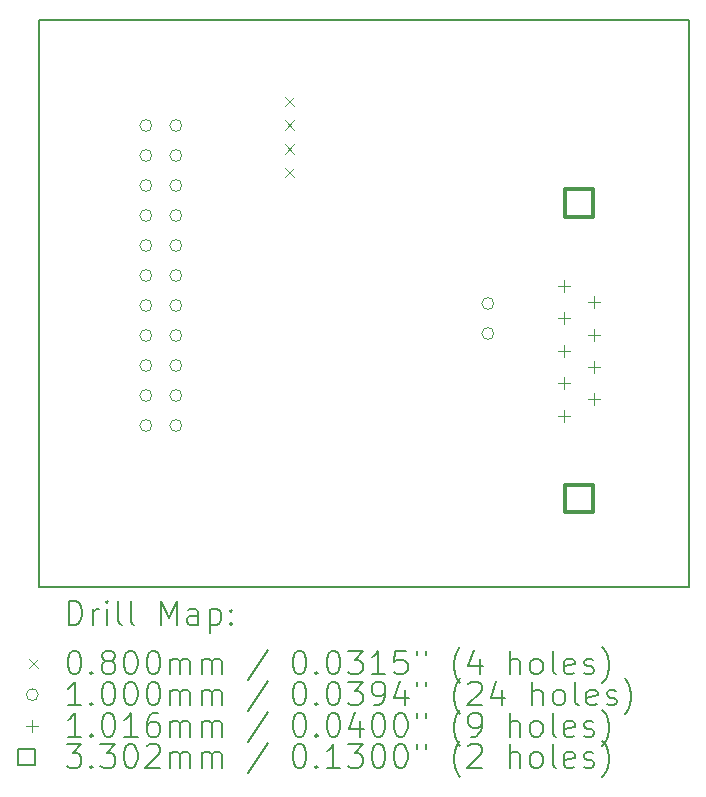
<source format=gbr>
%TF.GenerationSoftware,KiCad,Pcbnew,8.0.6*%
%TF.CreationDate,2024-12-29T11:18:37-05:00*%
%TF.ProjectId,Beagley-ai-1CAN,42656167-6c65-4792-9d61-692d3143414e,rev?*%
%TF.SameCoordinates,Original*%
%TF.FileFunction,Drillmap*%
%TF.FilePolarity,Positive*%
%FSLAX45Y45*%
G04 Gerber Fmt 4.5, Leading zero omitted, Abs format (unit mm)*
G04 Created by KiCad (PCBNEW 8.0.6) date 2024-12-29 11:18:37*
%MOMM*%
%LPD*%
G01*
G04 APERTURE LIST*
%ADD10C,0.150000*%
%ADD11C,0.200000*%
%ADD12C,0.100000*%
%ADD13C,0.101600*%
%ADD14C,0.330200*%
G04 APERTURE END LIST*
D10*
X7945000Y-8380000D02*
X7945000Y-3580000D01*
X13445000Y-8380000D02*
X7945000Y-8380000D01*
X13445000Y-3580000D02*
X7945000Y-3580000D01*
X13445000Y-3580000D02*
X13445000Y-8380000D01*
D11*
D12*
X10025000Y-4230000D02*
X10105000Y-4310000D01*
X10105000Y-4230000D02*
X10025000Y-4310000D01*
X10025000Y-4430000D02*
X10105000Y-4510000D01*
X10105000Y-4430000D02*
X10025000Y-4510000D01*
X10025000Y-4630000D02*
X10105000Y-4710000D01*
X10105000Y-4630000D02*
X10025000Y-4710000D01*
X10025000Y-4830000D02*
X10105000Y-4910000D01*
X10105000Y-4830000D02*
X10025000Y-4910000D01*
X8899000Y-4472000D02*
G75*
G02*
X8799000Y-4472000I-50000J0D01*
G01*
X8799000Y-4472000D02*
G75*
G02*
X8899000Y-4472000I50000J0D01*
G01*
X8899000Y-4726000D02*
G75*
G02*
X8799000Y-4726000I-50000J0D01*
G01*
X8799000Y-4726000D02*
G75*
G02*
X8899000Y-4726000I50000J0D01*
G01*
X8899000Y-4980000D02*
G75*
G02*
X8799000Y-4980000I-50000J0D01*
G01*
X8799000Y-4980000D02*
G75*
G02*
X8899000Y-4980000I50000J0D01*
G01*
X8899000Y-5234000D02*
G75*
G02*
X8799000Y-5234000I-50000J0D01*
G01*
X8799000Y-5234000D02*
G75*
G02*
X8899000Y-5234000I50000J0D01*
G01*
X8899000Y-5488000D02*
G75*
G02*
X8799000Y-5488000I-50000J0D01*
G01*
X8799000Y-5488000D02*
G75*
G02*
X8899000Y-5488000I50000J0D01*
G01*
X8899000Y-5742000D02*
G75*
G02*
X8799000Y-5742000I-50000J0D01*
G01*
X8799000Y-5742000D02*
G75*
G02*
X8899000Y-5742000I50000J0D01*
G01*
X8899000Y-5996000D02*
G75*
G02*
X8799000Y-5996000I-50000J0D01*
G01*
X8799000Y-5996000D02*
G75*
G02*
X8899000Y-5996000I50000J0D01*
G01*
X8899000Y-6250000D02*
G75*
G02*
X8799000Y-6250000I-50000J0D01*
G01*
X8799000Y-6250000D02*
G75*
G02*
X8899000Y-6250000I50000J0D01*
G01*
X8899000Y-6504000D02*
G75*
G02*
X8799000Y-6504000I-50000J0D01*
G01*
X8799000Y-6504000D02*
G75*
G02*
X8899000Y-6504000I50000J0D01*
G01*
X8899000Y-6758000D02*
G75*
G02*
X8799000Y-6758000I-50000J0D01*
G01*
X8799000Y-6758000D02*
G75*
G02*
X8899000Y-6758000I50000J0D01*
G01*
X8899000Y-7012000D02*
G75*
G02*
X8799000Y-7012000I-50000J0D01*
G01*
X8799000Y-7012000D02*
G75*
G02*
X8899000Y-7012000I50000J0D01*
G01*
X9153000Y-4472000D02*
G75*
G02*
X9053000Y-4472000I-50000J0D01*
G01*
X9053000Y-4472000D02*
G75*
G02*
X9153000Y-4472000I50000J0D01*
G01*
X9153000Y-4726000D02*
G75*
G02*
X9053000Y-4726000I-50000J0D01*
G01*
X9053000Y-4726000D02*
G75*
G02*
X9153000Y-4726000I50000J0D01*
G01*
X9153000Y-4980000D02*
G75*
G02*
X9053000Y-4980000I-50000J0D01*
G01*
X9053000Y-4980000D02*
G75*
G02*
X9153000Y-4980000I50000J0D01*
G01*
X9153000Y-5234000D02*
G75*
G02*
X9053000Y-5234000I-50000J0D01*
G01*
X9053000Y-5234000D02*
G75*
G02*
X9153000Y-5234000I50000J0D01*
G01*
X9153000Y-5488000D02*
G75*
G02*
X9053000Y-5488000I-50000J0D01*
G01*
X9053000Y-5488000D02*
G75*
G02*
X9153000Y-5488000I50000J0D01*
G01*
X9153000Y-5742000D02*
G75*
G02*
X9053000Y-5742000I-50000J0D01*
G01*
X9053000Y-5742000D02*
G75*
G02*
X9153000Y-5742000I50000J0D01*
G01*
X9153000Y-5996000D02*
G75*
G02*
X9053000Y-5996000I-50000J0D01*
G01*
X9053000Y-5996000D02*
G75*
G02*
X9153000Y-5996000I50000J0D01*
G01*
X9153000Y-6250000D02*
G75*
G02*
X9053000Y-6250000I-50000J0D01*
G01*
X9053000Y-6250000D02*
G75*
G02*
X9153000Y-6250000I50000J0D01*
G01*
X9153000Y-6504000D02*
G75*
G02*
X9053000Y-6504000I-50000J0D01*
G01*
X9053000Y-6504000D02*
G75*
G02*
X9153000Y-6504000I50000J0D01*
G01*
X9153000Y-6758000D02*
G75*
G02*
X9053000Y-6758000I-50000J0D01*
G01*
X9053000Y-6758000D02*
G75*
G02*
X9153000Y-6758000I50000J0D01*
G01*
X9153000Y-7012000D02*
G75*
G02*
X9053000Y-7012000I-50000J0D01*
G01*
X9053000Y-7012000D02*
G75*
G02*
X9153000Y-7012000I50000J0D01*
G01*
X11795000Y-5980000D02*
G75*
G02*
X11695000Y-5980000I-50000J0D01*
G01*
X11695000Y-5980000D02*
G75*
G02*
X11795000Y-5980000I50000J0D01*
G01*
X11795000Y-6234000D02*
G75*
G02*
X11695000Y-6234000I-50000J0D01*
G01*
X11695000Y-6234000D02*
G75*
G02*
X11795000Y-6234000I50000J0D01*
G01*
D13*
X12388000Y-5780560D02*
X12388000Y-5882160D01*
X12337200Y-5831360D02*
X12438800Y-5831360D01*
X12388000Y-6054880D02*
X12388000Y-6156480D01*
X12337200Y-6105680D02*
X12438800Y-6105680D01*
X12388000Y-6329200D02*
X12388000Y-6430800D01*
X12337200Y-6380000D02*
X12438800Y-6380000D01*
X12388000Y-6603520D02*
X12388000Y-6705120D01*
X12337200Y-6654320D02*
X12438800Y-6654320D01*
X12388000Y-6877840D02*
X12388000Y-6979440D01*
X12337200Y-6928640D02*
X12438800Y-6928640D01*
X12642000Y-5917720D02*
X12642000Y-6019320D01*
X12591200Y-5968520D02*
X12692800Y-5968520D01*
X12642000Y-6192040D02*
X12642000Y-6293640D01*
X12591200Y-6242840D02*
X12692800Y-6242840D01*
X12642000Y-6466360D02*
X12642000Y-6567960D01*
X12591200Y-6517160D02*
X12692800Y-6517160D01*
X12642000Y-6740680D02*
X12642000Y-6842280D01*
X12591200Y-6791480D02*
X12692800Y-6791480D01*
D14*
X12631744Y-5244524D02*
X12631744Y-5011036D01*
X12398256Y-5011036D01*
X12398256Y-5244524D01*
X12631744Y-5244524D01*
X12631744Y-7748964D02*
X12631744Y-7515476D01*
X12398256Y-7515476D01*
X12398256Y-7748964D01*
X12631744Y-7748964D01*
D11*
X8198277Y-8698984D02*
X8198277Y-8498984D01*
X8198277Y-8498984D02*
X8245896Y-8498984D01*
X8245896Y-8498984D02*
X8274467Y-8508508D01*
X8274467Y-8508508D02*
X8293515Y-8527555D01*
X8293515Y-8527555D02*
X8303039Y-8546603D01*
X8303039Y-8546603D02*
X8312562Y-8584698D01*
X8312562Y-8584698D02*
X8312562Y-8613270D01*
X8312562Y-8613270D02*
X8303039Y-8651365D01*
X8303039Y-8651365D02*
X8293515Y-8670412D01*
X8293515Y-8670412D02*
X8274467Y-8689460D01*
X8274467Y-8689460D02*
X8245896Y-8698984D01*
X8245896Y-8698984D02*
X8198277Y-8698984D01*
X8398277Y-8698984D02*
X8398277Y-8565650D01*
X8398277Y-8603746D02*
X8407801Y-8584698D01*
X8407801Y-8584698D02*
X8417324Y-8575174D01*
X8417324Y-8575174D02*
X8436372Y-8565650D01*
X8436372Y-8565650D02*
X8455420Y-8565650D01*
X8522086Y-8698984D02*
X8522086Y-8565650D01*
X8522086Y-8498984D02*
X8512563Y-8508508D01*
X8512563Y-8508508D02*
X8522086Y-8518031D01*
X8522086Y-8518031D02*
X8531610Y-8508508D01*
X8531610Y-8508508D02*
X8522086Y-8498984D01*
X8522086Y-8498984D02*
X8522086Y-8518031D01*
X8645896Y-8698984D02*
X8626848Y-8689460D01*
X8626848Y-8689460D02*
X8617324Y-8670412D01*
X8617324Y-8670412D02*
X8617324Y-8498984D01*
X8750658Y-8698984D02*
X8731610Y-8689460D01*
X8731610Y-8689460D02*
X8722086Y-8670412D01*
X8722086Y-8670412D02*
X8722086Y-8498984D01*
X8979229Y-8698984D02*
X8979229Y-8498984D01*
X8979229Y-8498984D02*
X9045896Y-8641841D01*
X9045896Y-8641841D02*
X9112563Y-8498984D01*
X9112563Y-8498984D02*
X9112563Y-8698984D01*
X9293515Y-8698984D02*
X9293515Y-8594222D01*
X9293515Y-8594222D02*
X9283991Y-8575174D01*
X9283991Y-8575174D02*
X9264944Y-8565650D01*
X9264944Y-8565650D02*
X9226848Y-8565650D01*
X9226848Y-8565650D02*
X9207801Y-8575174D01*
X9293515Y-8689460D02*
X9274467Y-8698984D01*
X9274467Y-8698984D02*
X9226848Y-8698984D01*
X9226848Y-8698984D02*
X9207801Y-8689460D01*
X9207801Y-8689460D02*
X9198277Y-8670412D01*
X9198277Y-8670412D02*
X9198277Y-8651365D01*
X9198277Y-8651365D02*
X9207801Y-8632317D01*
X9207801Y-8632317D02*
X9226848Y-8622793D01*
X9226848Y-8622793D02*
X9274467Y-8622793D01*
X9274467Y-8622793D02*
X9293515Y-8613270D01*
X9388753Y-8565650D02*
X9388753Y-8765650D01*
X9388753Y-8575174D02*
X9407801Y-8565650D01*
X9407801Y-8565650D02*
X9445896Y-8565650D01*
X9445896Y-8565650D02*
X9464944Y-8575174D01*
X9464944Y-8575174D02*
X9474467Y-8584698D01*
X9474467Y-8584698D02*
X9483991Y-8603746D01*
X9483991Y-8603746D02*
X9483991Y-8660889D01*
X9483991Y-8660889D02*
X9474467Y-8679936D01*
X9474467Y-8679936D02*
X9464944Y-8689460D01*
X9464944Y-8689460D02*
X9445896Y-8698984D01*
X9445896Y-8698984D02*
X9407801Y-8698984D01*
X9407801Y-8698984D02*
X9388753Y-8689460D01*
X9569705Y-8679936D02*
X9579229Y-8689460D01*
X9579229Y-8689460D02*
X9569705Y-8698984D01*
X9569705Y-8698984D02*
X9560182Y-8689460D01*
X9560182Y-8689460D02*
X9569705Y-8679936D01*
X9569705Y-8679936D02*
X9569705Y-8698984D01*
X9569705Y-8575174D02*
X9579229Y-8584698D01*
X9579229Y-8584698D02*
X9569705Y-8594222D01*
X9569705Y-8594222D02*
X9560182Y-8584698D01*
X9560182Y-8584698D02*
X9569705Y-8575174D01*
X9569705Y-8575174D02*
X9569705Y-8594222D01*
D12*
X7857500Y-8987500D02*
X7937500Y-9067500D01*
X7937500Y-8987500D02*
X7857500Y-9067500D01*
D11*
X8236372Y-8918984D02*
X8255420Y-8918984D01*
X8255420Y-8918984D02*
X8274467Y-8928508D01*
X8274467Y-8928508D02*
X8283991Y-8938031D01*
X8283991Y-8938031D02*
X8293515Y-8957079D01*
X8293515Y-8957079D02*
X8303039Y-8995174D01*
X8303039Y-8995174D02*
X8303039Y-9042793D01*
X8303039Y-9042793D02*
X8293515Y-9080889D01*
X8293515Y-9080889D02*
X8283991Y-9099936D01*
X8283991Y-9099936D02*
X8274467Y-9109460D01*
X8274467Y-9109460D02*
X8255420Y-9118984D01*
X8255420Y-9118984D02*
X8236372Y-9118984D01*
X8236372Y-9118984D02*
X8217324Y-9109460D01*
X8217324Y-9109460D02*
X8207801Y-9099936D01*
X8207801Y-9099936D02*
X8198277Y-9080889D01*
X8198277Y-9080889D02*
X8188753Y-9042793D01*
X8188753Y-9042793D02*
X8188753Y-8995174D01*
X8188753Y-8995174D02*
X8198277Y-8957079D01*
X8198277Y-8957079D02*
X8207801Y-8938031D01*
X8207801Y-8938031D02*
X8217324Y-8928508D01*
X8217324Y-8928508D02*
X8236372Y-8918984D01*
X8388753Y-9099936D02*
X8398277Y-9109460D01*
X8398277Y-9109460D02*
X8388753Y-9118984D01*
X8388753Y-9118984D02*
X8379229Y-9109460D01*
X8379229Y-9109460D02*
X8388753Y-9099936D01*
X8388753Y-9099936D02*
X8388753Y-9118984D01*
X8512563Y-9004698D02*
X8493515Y-8995174D01*
X8493515Y-8995174D02*
X8483991Y-8985650D01*
X8483991Y-8985650D02*
X8474467Y-8966603D01*
X8474467Y-8966603D02*
X8474467Y-8957079D01*
X8474467Y-8957079D02*
X8483991Y-8938031D01*
X8483991Y-8938031D02*
X8493515Y-8928508D01*
X8493515Y-8928508D02*
X8512563Y-8918984D01*
X8512563Y-8918984D02*
X8550658Y-8918984D01*
X8550658Y-8918984D02*
X8569705Y-8928508D01*
X8569705Y-8928508D02*
X8579229Y-8938031D01*
X8579229Y-8938031D02*
X8588753Y-8957079D01*
X8588753Y-8957079D02*
X8588753Y-8966603D01*
X8588753Y-8966603D02*
X8579229Y-8985650D01*
X8579229Y-8985650D02*
X8569705Y-8995174D01*
X8569705Y-8995174D02*
X8550658Y-9004698D01*
X8550658Y-9004698D02*
X8512563Y-9004698D01*
X8512563Y-9004698D02*
X8493515Y-9014222D01*
X8493515Y-9014222D02*
X8483991Y-9023746D01*
X8483991Y-9023746D02*
X8474467Y-9042793D01*
X8474467Y-9042793D02*
X8474467Y-9080889D01*
X8474467Y-9080889D02*
X8483991Y-9099936D01*
X8483991Y-9099936D02*
X8493515Y-9109460D01*
X8493515Y-9109460D02*
X8512563Y-9118984D01*
X8512563Y-9118984D02*
X8550658Y-9118984D01*
X8550658Y-9118984D02*
X8569705Y-9109460D01*
X8569705Y-9109460D02*
X8579229Y-9099936D01*
X8579229Y-9099936D02*
X8588753Y-9080889D01*
X8588753Y-9080889D02*
X8588753Y-9042793D01*
X8588753Y-9042793D02*
X8579229Y-9023746D01*
X8579229Y-9023746D02*
X8569705Y-9014222D01*
X8569705Y-9014222D02*
X8550658Y-9004698D01*
X8712563Y-8918984D02*
X8731610Y-8918984D01*
X8731610Y-8918984D02*
X8750658Y-8928508D01*
X8750658Y-8928508D02*
X8760182Y-8938031D01*
X8760182Y-8938031D02*
X8769705Y-8957079D01*
X8769705Y-8957079D02*
X8779229Y-8995174D01*
X8779229Y-8995174D02*
X8779229Y-9042793D01*
X8779229Y-9042793D02*
X8769705Y-9080889D01*
X8769705Y-9080889D02*
X8760182Y-9099936D01*
X8760182Y-9099936D02*
X8750658Y-9109460D01*
X8750658Y-9109460D02*
X8731610Y-9118984D01*
X8731610Y-9118984D02*
X8712563Y-9118984D01*
X8712563Y-9118984D02*
X8693515Y-9109460D01*
X8693515Y-9109460D02*
X8683991Y-9099936D01*
X8683991Y-9099936D02*
X8674467Y-9080889D01*
X8674467Y-9080889D02*
X8664944Y-9042793D01*
X8664944Y-9042793D02*
X8664944Y-8995174D01*
X8664944Y-8995174D02*
X8674467Y-8957079D01*
X8674467Y-8957079D02*
X8683991Y-8938031D01*
X8683991Y-8938031D02*
X8693515Y-8928508D01*
X8693515Y-8928508D02*
X8712563Y-8918984D01*
X8903039Y-8918984D02*
X8922086Y-8918984D01*
X8922086Y-8918984D02*
X8941134Y-8928508D01*
X8941134Y-8928508D02*
X8950658Y-8938031D01*
X8950658Y-8938031D02*
X8960182Y-8957079D01*
X8960182Y-8957079D02*
X8969705Y-8995174D01*
X8969705Y-8995174D02*
X8969705Y-9042793D01*
X8969705Y-9042793D02*
X8960182Y-9080889D01*
X8960182Y-9080889D02*
X8950658Y-9099936D01*
X8950658Y-9099936D02*
X8941134Y-9109460D01*
X8941134Y-9109460D02*
X8922086Y-9118984D01*
X8922086Y-9118984D02*
X8903039Y-9118984D01*
X8903039Y-9118984D02*
X8883991Y-9109460D01*
X8883991Y-9109460D02*
X8874467Y-9099936D01*
X8874467Y-9099936D02*
X8864944Y-9080889D01*
X8864944Y-9080889D02*
X8855420Y-9042793D01*
X8855420Y-9042793D02*
X8855420Y-8995174D01*
X8855420Y-8995174D02*
X8864944Y-8957079D01*
X8864944Y-8957079D02*
X8874467Y-8938031D01*
X8874467Y-8938031D02*
X8883991Y-8928508D01*
X8883991Y-8928508D02*
X8903039Y-8918984D01*
X9055420Y-9118984D02*
X9055420Y-8985650D01*
X9055420Y-9004698D02*
X9064944Y-8995174D01*
X9064944Y-8995174D02*
X9083991Y-8985650D01*
X9083991Y-8985650D02*
X9112563Y-8985650D01*
X9112563Y-8985650D02*
X9131610Y-8995174D01*
X9131610Y-8995174D02*
X9141134Y-9014222D01*
X9141134Y-9014222D02*
X9141134Y-9118984D01*
X9141134Y-9014222D02*
X9150658Y-8995174D01*
X9150658Y-8995174D02*
X9169705Y-8985650D01*
X9169705Y-8985650D02*
X9198277Y-8985650D01*
X9198277Y-8985650D02*
X9217325Y-8995174D01*
X9217325Y-8995174D02*
X9226848Y-9014222D01*
X9226848Y-9014222D02*
X9226848Y-9118984D01*
X9322086Y-9118984D02*
X9322086Y-8985650D01*
X9322086Y-9004698D02*
X9331610Y-8995174D01*
X9331610Y-8995174D02*
X9350658Y-8985650D01*
X9350658Y-8985650D02*
X9379229Y-8985650D01*
X9379229Y-8985650D02*
X9398277Y-8995174D01*
X9398277Y-8995174D02*
X9407801Y-9014222D01*
X9407801Y-9014222D02*
X9407801Y-9118984D01*
X9407801Y-9014222D02*
X9417325Y-8995174D01*
X9417325Y-8995174D02*
X9436372Y-8985650D01*
X9436372Y-8985650D02*
X9464944Y-8985650D01*
X9464944Y-8985650D02*
X9483991Y-8995174D01*
X9483991Y-8995174D02*
X9493515Y-9014222D01*
X9493515Y-9014222D02*
X9493515Y-9118984D01*
X9883991Y-8909460D02*
X9712563Y-9166603D01*
X10141134Y-8918984D02*
X10160182Y-8918984D01*
X10160182Y-8918984D02*
X10179229Y-8928508D01*
X10179229Y-8928508D02*
X10188753Y-8938031D01*
X10188753Y-8938031D02*
X10198277Y-8957079D01*
X10198277Y-8957079D02*
X10207801Y-8995174D01*
X10207801Y-8995174D02*
X10207801Y-9042793D01*
X10207801Y-9042793D02*
X10198277Y-9080889D01*
X10198277Y-9080889D02*
X10188753Y-9099936D01*
X10188753Y-9099936D02*
X10179229Y-9109460D01*
X10179229Y-9109460D02*
X10160182Y-9118984D01*
X10160182Y-9118984D02*
X10141134Y-9118984D01*
X10141134Y-9118984D02*
X10122087Y-9109460D01*
X10122087Y-9109460D02*
X10112563Y-9099936D01*
X10112563Y-9099936D02*
X10103039Y-9080889D01*
X10103039Y-9080889D02*
X10093515Y-9042793D01*
X10093515Y-9042793D02*
X10093515Y-8995174D01*
X10093515Y-8995174D02*
X10103039Y-8957079D01*
X10103039Y-8957079D02*
X10112563Y-8938031D01*
X10112563Y-8938031D02*
X10122087Y-8928508D01*
X10122087Y-8928508D02*
X10141134Y-8918984D01*
X10293515Y-9099936D02*
X10303039Y-9109460D01*
X10303039Y-9109460D02*
X10293515Y-9118984D01*
X10293515Y-9118984D02*
X10283991Y-9109460D01*
X10283991Y-9109460D02*
X10293515Y-9099936D01*
X10293515Y-9099936D02*
X10293515Y-9118984D01*
X10426848Y-8918984D02*
X10445896Y-8918984D01*
X10445896Y-8918984D02*
X10464944Y-8928508D01*
X10464944Y-8928508D02*
X10474468Y-8938031D01*
X10474468Y-8938031D02*
X10483991Y-8957079D01*
X10483991Y-8957079D02*
X10493515Y-8995174D01*
X10493515Y-8995174D02*
X10493515Y-9042793D01*
X10493515Y-9042793D02*
X10483991Y-9080889D01*
X10483991Y-9080889D02*
X10474468Y-9099936D01*
X10474468Y-9099936D02*
X10464944Y-9109460D01*
X10464944Y-9109460D02*
X10445896Y-9118984D01*
X10445896Y-9118984D02*
X10426848Y-9118984D01*
X10426848Y-9118984D02*
X10407801Y-9109460D01*
X10407801Y-9109460D02*
X10398277Y-9099936D01*
X10398277Y-9099936D02*
X10388753Y-9080889D01*
X10388753Y-9080889D02*
X10379229Y-9042793D01*
X10379229Y-9042793D02*
X10379229Y-8995174D01*
X10379229Y-8995174D02*
X10388753Y-8957079D01*
X10388753Y-8957079D02*
X10398277Y-8938031D01*
X10398277Y-8938031D02*
X10407801Y-8928508D01*
X10407801Y-8928508D02*
X10426848Y-8918984D01*
X10560182Y-8918984D02*
X10683991Y-8918984D01*
X10683991Y-8918984D02*
X10617325Y-8995174D01*
X10617325Y-8995174D02*
X10645896Y-8995174D01*
X10645896Y-8995174D02*
X10664944Y-9004698D01*
X10664944Y-9004698D02*
X10674468Y-9014222D01*
X10674468Y-9014222D02*
X10683991Y-9033270D01*
X10683991Y-9033270D02*
X10683991Y-9080889D01*
X10683991Y-9080889D02*
X10674468Y-9099936D01*
X10674468Y-9099936D02*
X10664944Y-9109460D01*
X10664944Y-9109460D02*
X10645896Y-9118984D01*
X10645896Y-9118984D02*
X10588753Y-9118984D01*
X10588753Y-9118984D02*
X10569706Y-9109460D01*
X10569706Y-9109460D02*
X10560182Y-9099936D01*
X10874468Y-9118984D02*
X10760182Y-9118984D01*
X10817325Y-9118984D02*
X10817325Y-8918984D01*
X10817325Y-8918984D02*
X10798277Y-8947555D01*
X10798277Y-8947555D02*
X10779229Y-8966603D01*
X10779229Y-8966603D02*
X10760182Y-8976127D01*
X11055420Y-8918984D02*
X10960182Y-8918984D01*
X10960182Y-8918984D02*
X10950658Y-9014222D01*
X10950658Y-9014222D02*
X10960182Y-9004698D01*
X10960182Y-9004698D02*
X10979229Y-8995174D01*
X10979229Y-8995174D02*
X11026849Y-8995174D01*
X11026849Y-8995174D02*
X11045896Y-9004698D01*
X11045896Y-9004698D02*
X11055420Y-9014222D01*
X11055420Y-9014222D02*
X11064944Y-9033270D01*
X11064944Y-9033270D02*
X11064944Y-9080889D01*
X11064944Y-9080889D02*
X11055420Y-9099936D01*
X11055420Y-9099936D02*
X11045896Y-9109460D01*
X11045896Y-9109460D02*
X11026849Y-9118984D01*
X11026849Y-9118984D02*
X10979229Y-9118984D01*
X10979229Y-9118984D02*
X10960182Y-9109460D01*
X10960182Y-9109460D02*
X10950658Y-9099936D01*
X11141134Y-8918984D02*
X11141134Y-8957079D01*
X11217325Y-8918984D02*
X11217325Y-8957079D01*
X11512563Y-9195174D02*
X11503039Y-9185650D01*
X11503039Y-9185650D02*
X11483991Y-9157079D01*
X11483991Y-9157079D02*
X11474468Y-9138031D01*
X11474468Y-9138031D02*
X11464944Y-9109460D01*
X11464944Y-9109460D02*
X11455420Y-9061841D01*
X11455420Y-9061841D02*
X11455420Y-9023746D01*
X11455420Y-9023746D02*
X11464944Y-8976127D01*
X11464944Y-8976127D02*
X11474468Y-8947555D01*
X11474468Y-8947555D02*
X11483991Y-8928508D01*
X11483991Y-8928508D02*
X11503039Y-8899936D01*
X11503039Y-8899936D02*
X11512563Y-8890412D01*
X11674468Y-8985650D02*
X11674468Y-9118984D01*
X11626848Y-8909460D02*
X11579229Y-9052317D01*
X11579229Y-9052317D02*
X11703039Y-9052317D01*
X11931610Y-9118984D02*
X11931610Y-8918984D01*
X12017325Y-9118984D02*
X12017325Y-9014222D01*
X12017325Y-9014222D02*
X12007801Y-8995174D01*
X12007801Y-8995174D02*
X11988753Y-8985650D01*
X11988753Y-8985650D02*
X11960182Y-8985650D01*
X11960182Y-8985650D02*
X11941134Y-8995174D01*
X11941134Y-8995174D02*
X11931610Y-9004698D01*
X12141134Y-9118984D02*
X12122087Y-9109460D01*
X12122087Y-9109460D02*
X12112563Y-9099936D01*
X12112563Y-9099936D02*
X12103039Y-9080889D01*
X12103039Y-9080889D02*
X12103039Y-9023746D01*
X12103039Y-9023746D02*
X12112563Y-9004698D01*
X12112563Y-9004698D02*
X12122087Y-8995174D01*
X12122087Y-8995174D02*
X12141134Y-8985650D01*
X12141134Y-8985650D02*
X12169706Y-8985650D01*
X12169706Y-8985650D02*
X12188753Y-8995174D01*
X12188753Y-8995174D02*
X12198277Y-9004698D01*
X12198277Y-9004698D02*
X12207801Y-9023746D01*
X12207801Y-9023746D02*
X12207801Y-9080889D01*
X12207801Y-9080889D02*
X12198277Y-9099936D01*
X12198277Y-9099936D02*
X12188753Y-9109460D01*
X12188753Y-9109460D02*
X12169706Y-9118984D01*
X12169706Y-9118984D02*
X12141134Y-9118984D01*
X12322087Y-9118984D02*
X12303039Y-9109460D01*
X12303039Y-9109460D02*
X12293515Y-9090412D01*
X12293515Y-9090412D02*
X12293515Y-8918984D01*
X12474468Y-9109460D02*
X12455420Y-9118984D01*
X12455420Y-9118984D02*
X12417325Y-9118984D01*
X12417325Y-9118984D02*
X12398277Y-9109460D01*
X12398277Y-9109460D02*
X12388753Y-9090412D01*
X12388753Y-9090412D02*
X12388753Y-9014222D01*
X12388753Y-9014222D02*
X12398277Y-8995174D01*
X12398277Y-8995174D02*
X12417325Y-8985650D01*
X12417325Y-8985650D02*
X12455420Y-8985650D01*
X12455420Y-8985650D02*
X12474468Y-8995174D01*
X12474468Y-8995174D02*
X12483991Y-9014222D01*
X12483991Y-9014222D02*
X12483991Y-9033270D01*
X12483991Y-9033270D02*
X12388753Y-9052317D01*
X12560182Y-9109460D02*
X12579230Y-9118984D01*
X12579230Y-9118984D02*
X12617325Y-9118984D01*
X12617325Y-9118984D02*
X12636372Y-9109460D01*
X12636372Y-9109460D02*
X12645896Y-9090412D01*
X12645896Y-9090412D02*
X12645896Y-9080889D01*
X12645896Y-9080889D02*
X12636372Y-9061841D01*
X12636372Y-9061841D02*
X12617325Y-9052317D01*
X12617325Y-9052317D02*
X12588753Y-9052317D01*
X12588753Y-9052317D02*
X12569706Y-9042793D01*
X12569706Y-9042793D02*
X12560182Y-9023746D01*
X12560182Y-9023746D02*
X12560182Y-9014222D01*
X12560182Y-9014222D02*
X12569706Y-8995174D01*
X12569706Y-8995174D02*
X12588753Y-8985650D01*
X12588753Y-8985650D02*
X12617325Y-8985650D01*
X12617325Y-8985650D02*
X12636372Y-8995174D01*
X12712563Y-9195174D02*
X12722087Y-9185650D01*
X12722087Y-9185650D02*
X12741134Y-9157079D01*
X12741134Y-9157079D02*
X12750658Y-9138031D01*
X12750658Y-9138031D02*
X12760182Y-9109460D01*
X12760182Y-9109460D02*
X12769706Y-9061841D01*
X12769706Y-9061841D02*
X12769706Y-9023746D01*
X12769706Y-9023746D02*
X12760182Y-8976127D01*
X12760182Y-8976127D02*
X12750658Y-8947555D01*
X12750658Y-8947555D02*
X12741134Y-8928508D01*
X12741134Y-8928508D02*
X12722087Y-8899936D01*
X12722087Y-8899936D02*
X12712563Y-8890412D01*
D12*
X7937500Y-9291500D02*
G75*
G02*
X7837500Y-9291500I-50000J0D01*
G01*
X7837500Y-9291500D02*
G75*
G02*
X7937500Y-9291500I50000J0D01*
G01*
D11*
X8303039Y-9382984D02*
X8188753Y-9382984D01*
X8245896Y-9382984D02*
X8245896Y-9182984D01*
X8245896Y-9182984D02*
X8226848Y-9211555D01*
X8226848Y-9211555D02*
X8207801Y-9230603D01*
X8207801Y-9230603D02*
X8188753Y-9240127D01*
X8388753Y-9363936D02*
X8398277Y-9373460D01*
X8398277Y-9373460D02*
X8388753Y-9382984D01*
X8388753Y-9382984D02*
X8379229Y-9373460D01*
X8379229Y-9373460D02*
X8388753Y-9363936D01*
X8388753Y-9363936D02*
X8388753Y-9382984D01*
X8522086Y-9182984D02*
X8541134Y-9182984D01*
X8541134Y-9182984D02*
X8560182Y-9192508D01*
X8560182Y-9192508D02*
X8569705Y-9202031D01*
X8569705Y-9202031D02*
X8579229Y-9221079D01*
X8579229Y-9221079D02*
X8588753Y-9259174D01*
X8588753Y-9259174D02*
X8588753Y-9306793D01*
X8588753Y-9306793D02*
X8579229Y-9344889D01*
X8579229Y-9344889D02*
X8569705Y-9363936D01*
X8569705Y-9363936D02*
X8560182Y-9373460D01*
X8560182Y-9373460D02*
X8541134Y-9382984D01*
X8541134Y-9382984D02*
X8522086Y-9382984D01*
X8522086Y-9382984D02*
X8503039Y-9373460D01*
X8503039Y-9373460D02*
X8493515Y-9363936D01*
X8493515Y-9363936D02*
X8483991Y-9344889D01*
X8483991Y-9344889D02*
X8474467Y-9306793D01*
X8474467Y-9306793D02*
X8474467Y-9259174D01*
X8474467Y-9259174D02*
X8483991Y-9221079D01*
X8483991Y-9221079D02*
X8493515Y-9202031D01*
X8493515Y-9202031D02*
X8503039Y-9192508D01*
X8503039Y-9192508D02*
X8522086Y-9182984D01*
X8712563Y-9182984D02*
X8731610Y-9182984D01*
X8731610Y-9182984D02*
X8750658Y-9192508D01*
X8750658Y-9192508D02*
X8760182Y-9202031D01*
X8760182Y-9202031D02*
X8769705Y-9221079D01*
X8769705Y-9221079D02*
X8779229Y-9259174D01*
X8779229Y-9259174D02*
X8779229Y-9306793D01*
X8779229Y-9306793D02*
X8769705Y-9344889D01*
X8769705Y-9344889D02*
X8760182Y-9363936D01*
X8760182Y-9363936D02*
X8750658Y-9373460D01*
X8750658Y-9373460D02*
X8731610Y-9382984D01*
X8731610Y-9382984D02*
X8712563Y-9382984D01*
X8712563Y-9382984D02*
X8693515Y-9373460D01*
X8693515Y-9373460D02*
X8683991Y-9363936D01*
X8683991Y-9363936D02*
X8674467Y-9344889D01*
X8674467Y-9344889D02*
X8664944Y-9306793D01*
X8664944Y-9306793D02*
X8664944Y-9259174D01*
X8664944Y-9259174D02*
X8674467Y-9221079D01*
X8674467Y-9221079D02*
X8683991Y-9202031D01*
X8683991Y-9202031D02*
X8693515Y-9192508D01*
X8693515Y-9192508D02*
X8712563Y-9182984D01*
X8903039Y-9182984D02*
X8922086Y-9182984D01*
X8922086Y-9182984D02*
X8941134Y-9192508D01*
X8941134Y-9192508D02*
X8950658Y-9202031D01*
X8950658Y-9202031D02*
X8960182Y-9221079D01*
X8960182Y-9221079D02*
X8969705Y-9259174D01*
X8969705Y-9259174D02*
X8969705Y-9306793D01*
X8969705Y-9306793D02*
X8960182Y-9344889D01*
X8960182Y-9344889D02*
X8950658Y-9363936D01*
X8950658Y-9363936D02*
X8941134Y-9373460D01*
X8941134Y-9373460D02*
X8922086Y-9382984D01*
X8922086Y-9382984D02*
X8903039Y-9382984D01*
X8903039Y-9382984D02*
X8883991Y-9373460D01*
X8883991Y-9373460D02*
X8874467Y-9363936D01*
X8874467Y-9363936D02*
X8864944Y-9344889D01*
X8864944Y-9344889D02*
X8855420Y-9306793D01*
X8855420Y-9306793D02*
X8855420Y-9259174D01*
X8855420Y-9259174D02*
X8864944Y-9221079D01*
X8864944Y-9221079D02*
X8874467Y-9202031D01*
X8874467Y-9202031D02*
X8883991Y-9192508D01*
X8883991Y-9192508D02*
X8903039Y-9182984D01*
X9055420Y-9382984D02*
X9055420Y-9249650D01*
X9055420Y-9268698D02*
X9064944Y-9259174D01*
X9064944Y-9259174D02*
X9083991Y-9249650D01*
X9083991Y-9249650D02*
X9112563Y-9249650D01*
X9112563Y-9249650D02*
X9131610Y-9259174D01*
X9131610Y-9259174D02*
X9141134Y-9278222D01*
X9141134Y-9278222D02*
X9141134Y-9382984D01*
X9141134Y-9278222D02*
X9150658Y-9259174D01*
X9150658Y-9259174D02*
X9169705Y-9249650D01*
X9169705Y-9249650D02*
X9198277Y-9249650D01*
X9198277Y-9249650D02*
X9217325Y-9259174D01*
X9217325Y-9259174D02*
X9226848Y-9278222D01*
X9226848Y-9278222D02*
X9226848Y-9382984D01*
X9322086Y-9382984D02*
X9322086Y-9249650D01*
X9322086Y-9268698D02*
X9331610Y-9259174D01*
X9331610Y-9259174D02*
X9350658Y-9249650D01*
X9350658Y-9249650D02*
X9379229Y-9249650D01*
X9379229Y-9249650D02*
X9398277Y-9259174D01*
X9398277Y-9259174D02*
X9407801Y-9278222D01*
X9407801Y-9278222D02*
X9407801Y-9382984D01*
X9407801Y-9278222D02*
X9417325Y-9259174D01*
X9417325Y-9259174D02*
X9436372Y-9249650D01*
X9436372Y-9249650D02*
X9464944Y-9249650D01*
X9464944Y-9249650D02*
X9483991Y-9259174D01*
X9483991Y-9259174D02*
X9493515Y-9278222D01*
X9493515Y-9278222D02*
X9493515Y-9382984D01*
X9883991Y-9173460D02*
X9712563Y-9430603D01*
X10141134Y-9182984D02*
X10160182Y-9182984D01*
X10160182Y-9182984D02*
X10179229Y-9192508D01*
X10179229Y-9192508D02*
X10188753Y-9202031D01*
X10188753Y-9202031D02*
X10198277Y-9221079D01*
X10198277Y-9221079D02*
X10207801Y-9259174D01*
X10207801Y-9259174D02*
X10207801Y-9306793D01*
X10207801Y-9306793D02*
X10198277Y-9344889D01*
X10198277Y-9344889D02*
X10188753Y-9363936D01*
X10188753Y-9363936D02*
X10179229Y-9373460D01*
X10179229Y-9373460D02*
X10160182Y-9382984D01*
X10160182Y-9382984D02*
X10141134Y-9382984D01*
X10141134Y-9382984D02*
X10122087Y-9373460D01*
X10122087Y-9373460D02*
X10112563Y-9363936D01*
X10112563Y-9363936D02*
X10103039Y-9344889D01*
X10103039Y-9344889D02*
X10093515Y-9306793D01*
X10093515Y-9306793D02*
X10093515Y-9259174D01*
X10093515Y-9259174D02*
X10103039Y-9221079D01*
X10103039Y-9221079D02*
X10112563Y-9202031D01*
X10112563Y-9202031D02*
X10122087Y-9192508D01*
X10122087Y-9192508D02*
X10141134Y-9182984D01*
X10293515Y-9363936D02*
X10303039Y-9373460D01*
X10303039Y-9373460D02*
X10293515Y-9382984D01*
X10293515Y-9382984D02*
X10283991Y-9373460D01*
X10283991Y-9373460D02*
X10293515Y-9363936D01*
X10293515Y-9363936D02*
X10293515Y-9382984D01*
X10426848Y-9182984D02*
X10445896Y-9182984D01*
X10445896Y-9182984D02*
X10464944Y-9192508D01*
X10464944Y-9192508D02*
X10474468Y-9202031D01*
X10474468Y-9202031D02*
X10483991Y-9221079D01*
X10483991Y-9221079D02*
X10493515Y-9259174D01*
X10493515Y-9259174D02*
X10493515Y-9306793D01*
X10493515Y-9306793D02*
X10483991Y-9344889D01*
X10483991Y-9344889D02*
X10474468Y-9363936D01*
X10474468Y-9363936D02*
X10464944Y-9373460D01*
X10464944Y-9373460D02*
X10445896Y-9382984D01*
X10445896Y-9382984D02*
X10426848Y-9382984D01*
X10426848Y-9382984D02*
X10407801Y-9373460D01*
X10407801Y-9373460D02*
X10398277Y-9363936D01*
X10398277Y-9363936D02*
X10388753Y-9344889D01*
X10388753Y-9344889D02*
X10379229Y-9306793D01*
X10379229Y-9306793D02*
X10379229Y-9259174D01*
X10379229Y-9259174D02*
X10388753Y-9221079D01*
X10388753Y-9221079D02*
X10398277Y-9202031D01*
X10398277Y-9202031D02*
X10407801Y-9192508D01*
X10407801Y-9192508D02*
X10426848Y-9182984D01*
X10560182Y-9182984D02*
X10683991Y-9182984D01*
X10683991Y-9182984D02*
X10617325Y-9259174D01*
X10617325Y-9259174D02*
X10645896Y-9259174D01*
X10645896Y-9259174D02*
X10664944Y-9268698D01*
X10664944Y-9268698D02*
X10674468Y-9278222D01*
X10674468Y-9278222D02*
X10683991Y-9297270D01*
X10683991Y-9297270D02*
X10683991Y-9344889D01*
X10683991Y-9344889D02*
X10674468Y-9363936D01*
X10674468Y-9363936D02*
X10664944Y-9373460D01*
X10664944Y-9373460D02*
X10645896Y-9382984D01*
X10645896Y-9382984D02*
X10588753Y-9382984D01*
X10588753Y-9382984D02*
X10569706Y-9373460D01*
X10569706Y-9373460D02*
X10560182Y-9363936D01*
X10779229Y-9382984D02*
X10817325Y-9382984D01*
X10817325Y-9382984D02*
X10836372Y-9373460D01*
X10836372Y-9373460D02*
X10845896Y-9363936D01*
X10845896Y-9363936D02*
X10864944Y-9335365D01*
X10864944Y-9335365D02*
X10874468Y-9297270D01*
X10874468Y-9297270D02*
X10874468Y-9221079D01*
X10874468Y-9221079D02*
X10864944Y-9202031D01*
X10864944Y-9202031D02*
X10855420Y-9192508D01*
X10855420Y-9192508D02*
X10836372Y-9182984D01*
X10836372Y-9182984D02*
X10798277Y-9182984D01*
X10798277Y-9182984D02*
X10779229Y-9192508D01*
X10779229Y-9192508D02*
X10769706Y-9202031D01*
X10769706Y-9202031D02*
X10760182Y-9221079D01*
X10760182Y-9221079D02*
X10760182Y-9268698D01*
X10760182Y-9268698D02*
X10769706Y-9287746D01*
X10769706Y-9287746D02*
X10779229Y-9297270D01*
X10779229Y-9297270D02*
X10798277Y-9306793D01*
X10798277Y-9306793D02*
X10836372Y-9306793D01*
X10836372Y-9306793D02*
X10855420Y-9297270D01*
X10855420Y-9297270D02*
X10864944Y-9287746D01*
X10864944Y-9287746D02*
X10874468Y-9268698D01*
X11045896Y-9249650D02*
X11045896Y-9382984D01*
X10998277Y-9173460D02*
X10950658Y-9316317D01*
X10950658Y-9316317D02*
X11074468Y-9316317D01*
X11141134Y-9182984D02*
X11141134Y-9221079D01*
X11217325Y-9182984D02*
X11217325Y-9221079D01*
X11512563Y-9459174D02*
X11503039Y-9449650D01*
X11503039Y-9449650D02*
X11483991Y-9421079D01*
X11483991Y-9421079D02*
X11474468Y-9402031D01*
X11474468Y-9402031D02*
X11464944Y-9373460D01*
X11464944Y-9373460D02*
X11455420Y-9325841D01*
X11455420Y-9325841D02*
X11455420Y-9287746D01*
X11455420Y-9287746D02*
X11464944Y-9240127D01*
X11464944Y-9240127D02*
X11474468Y-9211555D01*
X11474468Y-9211555D02*
X11483991Y-9192508D01*
X11483991Y-9192508D02*
X11503039Y-9163936D01*
X11503039Y-9163936D02*
X11512563Y-9154412D01*
X11579229Y-9202031D02*
X11588753Y-9192508D01*
X11588753Y-9192508D02*
X11607801Y-9182984D01*
X11607801Y-9182984D02*
X11655420Y-9182984D01*
X11655420Y-9182984D02*
X11674468Y-9192508D01*
X11674468Y-9192508D02*
X11683991Y-9202031D01*
X11683991Y-9202031D02*
X11693515Y-9221079D01*
X11693515Y-9221079D02*
X11693515Y-9240127D01*
X11693515Y-9240127D02*
X11683991Y-9268698D01*
X11683991Y-9268698D02*
X11569706Y-9382984D01*
X11569706Y-9382984D02*
X11693515Y-9382984D01*
X11864944Y-9249650D02*
X11864944Y-9382984D01*
X11817325Y-9173460D02*
X11769706Y-9316317D01*
X11769706Y-9316317D02*
X11893515Y-9316317D01*
X12122087Y-9382984D02*
X12122087Y-9182984D01*
X12207801Y-9382984D02*
X12207801Y-9278222D01*
X12207801Y-9278222D02*
X12198277Y-9259174D01*
X12198277Y-9259174D02*
X12179230Y-9249650D01*
X12179230Y-9249650D02*
X12150658Y-9249650D01*
X12150658Y-9249650D02*
X12131610Y-9259174D01*
X12131610Y-9259174D02*
X12122087Y-9268698D01*
X12331610Y-9382984D02*
X12312563Y-9373460D01*
X12312563Y-9373460D02*
X12303039Y-9363936D01*
X12303039Y-9363936D02*
X12293515Y-9344889D01*
X12293515Y-9344889D02*
X12293515Y-9287746D01*
X12293515Y-9287746D02*
X12303039Y-9268698D01*
X12303039Y-9268698D02*
X12312563Y-9259174D01*
X12312563Y-9259174D02*
X12331610Y-9249650D01*
X12331610Y-9249650D02*
X12360182Y-9249650D01*
X12360182Y-9249650D02*
X12379230Y-9259174D01*
X12379230Y-9259174D02*
X12388753Y-9268698D01*
X12388753Y-9268698D02*
X12398277Y-9287746D01*
X12398277Y-9287746D02*
X12398277Y-9344889D01*
X12398277Y-9344889D02*
X12388753Y-9363936D01*
X12388753Y-9363936D02*
X12379230Y-9373460D01*
X12379230Y-9373460D02*
X12360182Y-9382984D01*
X12360182Y-9382984D02*
X12331610Y-9382984D01*
X12512563Y-9382984D02*
X12493515Y-9373460D01*
X12493515Y-9373460D02*
X12483991Y-9354412D01*
X12483991Y-9354412D02*
X12483991Y-9182984D01*
X12664944Y-9373460D02*
X12645896Y-9382984D01*
X12645896Y-9382984D02*
X12607801Y-9382984D01*
X12607801Y-9382984D02*
X12588753Y-9373460D01*
X12588753Y-9373460D02*
X12579230Y-9354412D01*
X12579230Y-9354412D02*
X12579230Y-9278222D01*
X12579230Y-9278222D02*
X12588753Y-9259174D01*
X12588753Y-9259174D02*
X12607801Y-9249650D01*
X12607801Y-9249650D02*
X12645896Y-9249650D01*
X12645896Y-9249650D02*
X12664944Y-9259174D01*
X12664944Y-9259174D02*
X12674468Y-9278222D01*
X12674468Y-9278222D02*
X12674468Y-9297270D01*
X12674468Y-9297270D02*
X12579230Y-9316317D01*
X12750658Y-9373460D02*
X12769706Y-9382984D01*
X12769706Y-9382984D02*
X12807801Y-9382984D01*
X12807801Y-9382984D02*
X12826849Y-9373460D01*
X12826849Y-9373460D02*
X12836372Y-9354412D01*
X12836372Y-9354412D02*
X12836372Y-9344889D01*
X12836372Y-9344889D02*
X12826849Y-9325841D01*
X12826849Y-9325841D02*
X12807801Y-9316317D01*
X12807801Y-9316317D02*
X12779230Y-9316317D01*
X12779230Y-9316317D02*
X12760182Y-9306793D01*
X12760182Y-9306793D02*
X12750658Y-9287746D01*
X12750658Y-9287746D02*
X12750658Y-9278222D01*
X12750658Y-9278222D02*
X12760182Y-9259174D01*
X12760182Y-9259174D02*
X12779230Y-9249650D01*
X12779230Y-9249650D02*
X12807801Y-9249650D01*
X12807801Y-9249650D02*
X12826849Y-9259174D01*
X12903039Y-9459174D02*
X12912563Y-9449650D01*
X12912563Y-9449650D02*
X12931611Y-9421079D01*
X12931611Y-9421079D02*
X12941134Y-9402031D01*
X12941134Y-9402031D02*
X12950658Y-9373460D01*
X12950658Y-9373460D02*
X12960182Y-9325841D01*
X12960182Y-9325841D02*
X12960182Y-9287746D01*
X12960182Y-9287746D02*
X12950658Y-9240127D01*
X12950658Y-9240127D02*
X12941134Y-9211555D01*
X12941134Y-9211555D02*
X12931611Y-9192508D01*
X12931611Y-9192508D02*
X12912563Y-9163936D01*
X12912563Y-9163936D02*
X12903039Y-9154412D01*
D13*
X7886700Y-9504700D02*
X7886700Y-9606300D01*
X7835900Y-9555500D02*
X7937500Y-9555500D01*
D11*
X8303039Y-9646984D02*
X8188753Y-9646984D01*
X8245896Y-9646984D02*
X8245896Y-9446984D01*
X8245896Y-9446984D02*
X8226848Y-9475555D01*
X8226848Y-9475555D02*
X8207801Y-9494603D01*
X8207801Y-9494603D02*
X8188753Y-9504127D01*
X8388753Y-9627936D02*
X8398277Y-9637460D01*
X8398277Y-9637460D02*
X8388753Y-9646984D01*
X8388753Y-9646984D02*
X8379229Y-9637460D01*
X8379229Y-9637460D02*
X8388753Y-9627936D01*
X8388753Y-9627936D02*
X8388753Y-9646984D01*
X8522086Y-9446984D02*
X8541134Y-9446984D01*
X8541134Y-9446984D02*
X8560182Y-9456508D01*
X8560182Y-9456508D02*
X8569705Y-9466031D01*
X8569705Y-9466031D02*
X8579229Y-9485079D01*
X8579229Y-9485079D02*
X8588753Y-9523174D01*
X8588753Y-9523174D02*
X8588753Y-9570793D01*
X8588753Y-9570793D02*
X8579229Y-9608889D01*
X8579229Y-9608889D02*
X8569705Y-9627936D01*
X8569705Y-9627936D02*
X8560182Y-9637460D01*
X8560182Y-9637460D02*
X8541134Y-9646984D01*
X8541134Y-9646984D02*
X8522086Y-9646984D01*
X8522086Y-9646984D02*
X8503039Y-9637460D01*
X8503039Y-9637460D02*
X8493515Y-9627936D01*
X8493515Y-9627936D02*
X8483991Y-9608889D01*
X8483991Y-9608889D02*
X8474467Y-9570793D01*
X8474467Y-9570793D02*
X8474467Y-9523174D01*
X8474467Y-9523174D02*
X8483991Y-9485079D01*
X8483991Y-9485079D02*
X8493515Y-9466031D01*
X8493515Y-9466031D02*
X8503039Y-9456508D01*
X8503039Y-9456508D02*
X8522086Y-9446984D01*
X8779229Y-9646984D02*
X8664944Y-9646984D01*
X8722086Y-9646984D02*
X8722086Y-9446984D01*
X8722086Y-9446984D02*
X8703039Y-9475555D01*
X8703039Y-9475555D02*
X8683991Y-9494603D01*
X8683991Y-9494603D02*
X8664944Y-9504127D01*
X8950658Y-9446984D02*
X8912563Y-9446984D01*
X8912563Y-9446984D02*
X8893515Y-9456508D01*
X8893515Y-9456508D02*
X8883991Y-9466031D01*
X8883991Y-9466031D02*
X8864944Y-9494603D01*
X8864944Y-9494603D02*
X8855420Y-9532698D01*
X8855420Y-9532698D02*
X8855420Y-9608889D01*
X8855420Y-9608889D02*
X8864944Y-9627936D01*
X8864944Y-9627936D02*
X8874467Y-9637460D01*
X8874467Y-9637460D02*
X8893515Y-9646984D01*
X8893515Y-9646984D02*
X8931610Y-9646984D01*
X8931610Y-9646984D02*
X8950658Y-9637460D01*
X8950658Y-9637460D02*
X8960182Y-9627936D01*
X8960182Y-9627936D02*
X8969705Y-9608889D01*
X8969705Y-9608889D02*
X8969705Y-9561270D01*
X8969705Y-9561270D02*
X8960182Y-9542222D01*
X8960182Y-9542222D02*
X8950658Y-9532698D01*
X8950658Y-9532698D02*
X8931610Y-9523174D01*
X8931610Y-9523174D02*
X8893515Y-9523174D01*
X8893515Y-9523174D02*
X8874467Y-9532698D01*
X8874467Y-9532698D02*
X8864944Y-9542222D01*
X8864944Y-9542222D02*
X8855420Y-9561270D01*
X9055420Y-9646984D02*
X9055420Y-9513650D01*
X9055420Y-9532698D02*
X9064944Y-9523174D01*
X9064944Y-9523174D02*
X9083991Y-9513650D01*
X9083991Y-9513650D02*
X9112563Y-9513650D01*
X9112563Y-9513650D02*
X9131610Y-9523174D01*
X9131610Y-9523174D02*
X9141134Y-9542222D01*
X9141134Y-9542222D02*
X9141134Y-9646984D01*
X9141134Y-9542222D02*
X9150658Y-9523174D01*
X9150658Y-9523174D02*
X9169705Y-9513650D01*
X9169705Y-9513650D02*
X9198277Y-9513650D01*
X9198277Y-9513650D02*
X9217325Y-9523174D01*
X9217325Y-9523174D02*
X9226848Y-9542222D01*
X9226848Y-9542222D02*
X9226848Y-9646984D01*
X9322086Y-9646984D02*
X9322086Y-9513650D01*
X9322086Y-9532698D02*
X9331610Y-9523174D01*
X9331610Y-9523174D02*
X9350658Y-9513650D01*
X9350658Y-9513650D02*
X9379229Y-9513650D01*
X9379229Y-9513650D02*
X9398277Y-9523174D01*
X9398277Y-9523174D02*
X9407801Y-9542222D01*
X9407801Y-9542222D02*
X9407801Y-9646984D01*
X9407801Y-9542222D02*
X9417325Y-9523174D01*
X9417325Y-9523174D02*
X9436372Y-9513650D01*
X9436372Y-9513650D02*
X9464944Y-9513650D01*
X9464944Y-9513650D02*
X9483991Y-9523174D01*
X9483991Y-9523174D02*
X9493515Y-9542222D01*
X9493515Y-9542222D02*
X9493515Y-9646984D01*
X9883991Y-9437460D02*
X9712563Y-9694603D01*
X10141134Y-9446984D02*
X10160182Y-9446984D01*
X10160182Y-9446984D02*
X10179229Y-9456508D01*
X10179229Y-9456508D02*
X10188753Y-9466031D01*
X10188753Y-9466031D02*
X10198277Y-9485079D01*
X10198277Y-9485079D02*
X10207801Y-9523174D01*
X10207801Y-9523174D02*
X10207801Y-9570793D01*
X10207801Y-9570793D02*
X10198277Y-9608889D01*
X10198277Y-9608889D02*
X10188753Y-9627936D01*
X10188753Y-9627936D02*
X10179229Y-9637460D01*
X10179229Y-9637460D02*
X10160182Y-9646984D01*
X10160182Y-9646984D02*
X10141134Y-9646984D01*
X10141134Y-9646984D02*
X10122087Y-9637460D01*
X10122087Y-9637460D02*
X10112563Y-9627936D01*
X10112563Y-9627936D02*
X10103039Y-9608889D01*
X10103039Y-9608889D02*
X10093515Y-9570793D01*
X10093515Y-9570793D02*
X10093515Y-9523174D01*
X10093515Y-9523174D02*
X10103039Y-9485079D01*
X10103039Y-9485079D02*
X10112563Y-9466031D01*
X10112563Y-9466031D02*
X10122087Y-9456508D01*
X10122087Y-9456508D02*
X10141134Y-9446984D01*
X10293515Y-9627936D02*
X10303039Y-9637460D01*
X10303039Y-9637460D02*
X10293515Y-9646984D01*
X10293515Y-9646984D02*
X10283991Y-9637460D01*
X10283991Y-9637460D02*
X10293515Y-9627936D01*
X10293515Y-9627936D02*
X10293515Y-9646984D01*
X10426848Y-9446984D02*
X10445896Y-9446984D01*
X10445896Y-9446984D02*
X10464944Y-9456508D01*
X10464944Y-9456508D02*
X10474468Y-9466031D01*
X10474468Y-9466031D02*
X10483991Y-9485079D01*
X10483991Y-9485079D02*
X10493515Y-9523174D01*
X10493515Y-9523174D02*
X10493515Y-9570793D01*
X10493515Y-9570793D02*
X10483991Y-9608889D01*
X10483991Y-9608889D02*
X10474468Y-9627936D01*
X10474468Y-9627936D02*
X10464944Y-9637460D01*
X10464944Y-9637460D02*
X10445896Y-9646984D01*
X10445896Y-9646984D02*
X10426848Y-9646984D01*
X10426848Y-9646984D02*
X10407801Y-9637460D01*
X10407801Y-9637460D02*
X10398277Y-9627936D01*
X10398277Y-9627936D02*
X10388753Y-9608889D01*
X10388753Y-9608889D02*
X10379229Y-9570793D01*
X10379229Y-9570793D02*
X10379229Y-9523174D01*
X10379229Y-9523174D02*
X10388753Y-9485079D01*
X10388753Y-9485079D02*
X10398277Y-9466031D01*
X10398277Y-9466031D02*
X10407801Y-9456508D01*
X10407801Y-9456508D02*
X10426848Y-9446984D01*
X10664944Y-9513650D02*
X10664944Y-9646984D01*
X10617325Y-9437460D02*
X10569706Y-9580317D01*
X10569706Y-9580317D02*
X10693515Y-9580317D01*
X10807801Y-9446984D02*
X10826849Y-9446984D01*
X10826849Y-9446984D02*
X10845896Y-9456508D01*
X10845896Y-9456508D02*
X10855420Y-9466031D01*
X10855420Y-9466031D02*
X10864944Y-9485079D01*
X10864944Y-9485079D02*
X10874468Y-9523174D01*
X10874468Y-9523174D02*
X10874468Y-9570793D01*
X10874468Y-9570793D02*
X10864944Y-9608889D01*
X10864944Y-9608889D02*
X10855420Y-9627936D01*
X10855420Y-9627936D02*
X10845896Y-9637460D01*
X10845896Y-9637460D02*
X10826849Y-9646984D01*
X10826849Y-9646984D02*
X10807801Y-9646984D01*
X10807801Y-9646984D02*
X10788753Y-9637460D01*
X10788753Y-9637460D02*
X10779229Y-9627936D01*
X10779229Y-9627936D02*
X10769706Y-9608889D01*
X10769706Y-9608889D02*
X10760182Y-9570793D01*
X10760182Y-9570793D02*
X10760182Y-9523174D01*
X10760182Y-9523174D02*
X10769706Y-9485079D01*
X10769706Y-9485079D02*
X10779229Y-9466031D01*
X10779229Y-9466031D02*
X10788753Y-9456508D01*
X10788753Y-9456508D02*
X10807801Y-9446984D01*
X10998277Y-9446984D02*
X11017325Y-9446984D01*
X11017325Y-9446984D02*
X11036372Y-9456508D01*
X11036372Y-9456508D02*
X11045896Y-9466031D01*
X11045896Y-9466031D02*
X11055420Y-9485079D01*
X11055420Y-9485079D02*
X11064944Y-9523174D01*
X11064944Y-9523174D02*
X11064944Y-9570793D01*
X11064944Y-9570793D02*
X11055420Y-9608889D01*
X11055420Y-9608889D02*
X11045896Y-9627936D01*
X11045896Y-9627936D02*
X11036372Y-9637460D01*
X11036372Y-9637460D02*
X11017325Y-9646984D01*
X11017325Y-9646984D02*
X10998277Y-9646984D01*
X10998277Y-9646984D02*
X10979229Y-9637460D01*
X10979229Y-9637460D02*
X10969706Y-9627936D01*
X10969706Y-9627936D02*
X10960182Y-9608889D01*
X10960182Y-9608889D02*
X10950658Y-9570793D01*
X10950658Y-9570793D02*
X10950658Y-9523174D01*
X10950658Y-9523174D02*
X10960182Y-9485079D01*
X10960182Y-9485079D02*
X10969706Y-9466031D01*
X10969706Y-9466031D02*
X10979229Y-9456508D01*
X10979229Y-9456508D02*
X10998277Y-9446984D01*
X11141134Y-9446984D02*
X11141134Y-9485079D01*
X11217325Y-9446984D02*
X11217325Y-9485079D01*
X11512563Y-9723174D02*
X11503039Y-9713650D01*
X11503039Y-9713650D02*
X11483991Y-9685079D01*
X11483991Y-9685079D02*
X11474468Y-9666031D01*
X11474468Y-9666031D02*
X11464944Y-9637460D01*
X11464944Y-9637460D02*
X11455420Y-9589841D01*
X11455420Y-9589841D02*
X11455420Y-9551746D01*
X11455420Y-9551746D02*
X11464944Y-9504127D01*
X11464944Y-9504127D02*
X11474468Y-9475555D01*
X11474468Y-9475555D02*
X11483991Y-9456508D01*
X11483991Y-9456508D02*
X11503039Y-9427936D01*
X11503039Y-9427936D02*
X11512563Y-9418412D01*
X11598277Y-9646984D02*
X11636372Y-9646984D01*
X11636372Y-9646984D02*
X11655420Y-9637460D01*
X11655420Y-9637460D02*
X11664944Y-9627936D01*
X11664944Y-9627936D02*
X11683991Y-9599365D01*
X11683991Y-9599365D02*
X11693515Y-9561270D01*
X11693515Y-9561270D02*
X11693515Y-9485079D01*
X11693515Y-9485079D02*
X11683991Y-9466031D01*
X11683991Y-9466031D02*
X11674468Y-9456508D01*
X11674468Y-9456508D02*
X11655420Y-9446984D01*
X11655420Y-9446984D02*
X11617325Y-9446984D01*
X11617325Y-9446984D02*
X11598277Y-9456508D01*
X11598277Y-9456508D02*
X11588753Y-9466031D01*
X11588753Y-9466031D02*
X11579229Y-9485079D01*
X11579229Y-9485079D02*
X11579229Y-9532698D01*
X11579229Y-9532698D02*
X11588753Y-9551746D01*
X11588753Y-9551746D02*
X11598277Y-9561270D01*
X11598277Y-9561270D02*
X11617325Y-9570793D01*
X11617325Y-9570793D02*
X11655420Y-9570793D01*
X11655420Y-9570793D02*
X11674468Y-9561270D01*
X11674468Y-9561270D02*
X11683991Y-9551746D01*
X11683991Y-9551746D02*
X11693515Y-9532698D01*
X11931610Y-9646984D02*
X11931610Y-9446984D01*
X12017325Y-9646984D02*
X12017325Y-9542222D01*
X12017325Y-9542222D02*
X12007801Y-9523174D01*
X12007801Y-9523174D02*
X11988753Y-9513650D01*
X11988753Y-9513650D02*
X11960182Y-9513650D01*
X11960182Y-9513650D02*
X11941134Y-9523174D01*
X11941134Y-9523174D02*
X11931610Y-9532698D01*
X12141134Y-9646984D02*
X12122087Y-9637460D01*
X12122087Y-9637460D02*
X12112563Y-9627936D01*
X12112563Y-9627936D02*
X12103039Y-9608889D01*
X12103039Y-9608889D02*
X12103039Y-9551746D01*
X12103039Y-9551746D02*
X12112563Y-9532698D01*
X12112563Y-9532698D02*
X12122087Y-9523174D01*
X12122087Y-9523174D02*
X12141134Y-9513650D01*
X12141134Y-9513650D02*
X12169706Y-9513650D01*
X12169706Y-9513650D02*
X12188753Y-9523174D01*
X12188753Y-9523174D02*
X12198277Y-9532698D01*
X12198277Y-9532698D02*
X12207801Y-9551746D01*
X12207801Y-9551746D02*
X12207801Y-9608889D01*
X12207801Y-9608889D02*
X12198277Y-9627936D01*
X12198277Y-9627936D02*
X12188753Y-9637460D01*
X12188753Y-9637460D02*
X12169706Y-9646984D01*
X12169706Y-9646984D02*
X12141134Y-9646984D01*
X12322087Y-9646984D02*
X12303039Y-9637460D01*
X12303039Y-9637460D02*
X12293515Y-9618412D01*
X12293515Y-9618412D02*
X12293515Y-9446984D01*
X12474468Y-9637460D02*
X12455420Y-9646984D01*
X12455420Y-9646984D02*
X12417325Y-9646984D01*
X12417325Y-9646984D02*
X12398277Y-9637460D01*
X12398277Y-9637460D02*
X12388753Y-9618412D01*
X12388753Y-9618412D02*
X12388753Y-9542222D01*
X12388753Y-9542222D02*
X12398277Y-9523174D01*
X12398277Y-9523174D02*
X12417325Y-9513650D01*
X12417325Y-9513650D02*
X12455420Y-9513650D01*
X12455420Y-9513650D02*
X12474468Y-9523174D01*
X12474468Y-9523174D02*
X12483991Y-9542222D01*
X12483991Y-9542222D02*
X12483991Y-9561270D01*
X12483991Y-9561270D02*
X12388753Y-9580317D01*
X12560182Y-9637460D02*
X12579230Y-9646984D01*
X12579230Y-9646984D02*
X12617325Y-9646984D01*
X12617325Y-9646984D02*
X12636372Y-9637460D01*
X12636372Y-9637460D02*
X12645896Y-9618412D01*
X12645896Y-9618412D02*
X12645896Y-9608889D01*
X12645896Y-9608889D02*
X12636372Y-9589841D01*
X12636372Y-9589841D02*
X12617325Y-9580317D01*
X12617325Y-9580317D02*
X12588753Y-9580317D01*
X12588753Y-9580317D02*
X12569706Y-9570793D01*
X12569706Y-9570793D02*
X12560182Y-9551746D01*
X12560182Y-9551746D02*
X12560182Y-9542222D01*
X12560182Y-9542222D02*
X12569706Y-9523174D01*
X12569706Y-9523174D02*
X12588753Y-9513650D01*
X12588753Y-9513650D02*
X12617325Y-9513650D01*
X12617325Y-9513650D02*
X12636372Y-9523174D01*
X12712563Y-9723174D02*
X12722087Y-9713650D01*
X12722087Y-9713650D02*
X12741134Y-9685079D01*
X12741134Y-9685079D02*
X12750658Y-9666031D01*
X12750658Y-9666031D02*
X12760182Y-9637460D01*
X12760182Y-9637460D02*
X12769706Y-9589841D01*
X12769706Y-9589841D02*
X12769706Y-9551746D01*
X12769706Y-9551746D02*
X12760182Y-9504127D01*
X12760182Y-9504127D02*
X12750658Y-9475555D01*
X12750658Y-9475555D02*
X12741134Y-9456508D01*
X12741134Y-9456508D02*
X12722087Y-9427936D01*
X12722087Y-9427936D02*
X12712563Y-9418412D01*
X7908211Y-9890211D02*
X7908211Y-9748789D01*
X7766789Y-9748789D01*
X7766789Y-9890211D01*
X7908211Y-9890211D01*
X8179229Y-9710984D02*
X8303039Y-9710984D01*
X8303039Y-9710984D02*
X8236372Y-9787174D01*
X8236372Y-9787174D02*
X8264943Y-9787174D01*
X8264943Y-9787174D02*
X8283991Y-9796698D01*
X8283991Y-9796698D02*
X8293515Y-9806222D01*
X8293515Y-9806222D02*
X8303039Y-9825270D01*
X8303039Y-9825270D02*
X8303039Y-9872889D01*
X8303039Y-9872889D02*
X8293515Y-9891936D01*
X8293515Y-9891936D02*
X8283991Y-9901460D01*
X8283991Y-9901460D02*
X8264943Y-9910984D01*
X8264943Y-9910984D02*
X8207801Y-9910984D01*
X8207801Y-9910984D02*
X8188753Y-9901460D01*
X8188753Y-9901460D02*
X8179229Y-9891936D01*
X8388753Y-9891936D02*
X8398277Y-9901460D01*
X8398277Y-9901460D02*
X8388753Y-9910984D01*
X8388753Y-9910984D02*
X8379229Y-9901460D01*
X8379229Y-9901460D02*
X8388753Y-9891936D01*
X8388753Y-9891936D02*
X8388753Y-9910984D01*
X8464944Y-9710984D02*
X8588753Y-9710984D01*
X8588753Y-9710984D02*
X8522086Y-9787174D01*
X8522086Y-9787174D02*
X8550658Y-9787174D01*
X8550658Y-9787174D02*
X8569705Y-9796698D01*
X8569705Y-9796698D02*
X8579229Y-9806222D01*
X8579229Y-9806222D02*
X8588753Y-9825270D01*
X8588753Y-9825270D02*
X8588753Y-9872889D01*
X8588753Y-9872889D02*
X8579229Y-9891936D01*
X8579229Y-9891936D02*
X8569705Y-9901460D01*
X8569705Y-9901460D02*
X8550658Y-9910984D01*
X8550658Y-9910984D02*
X8493515Y-9910984D01*
X8493515Y-9910984D02*
X8474467Y-9901460D01*
X8474467Y-9901460D02*
X8464944Y-9891936D01*
X8712563Y-9710984D02*
X8731610Y-9710984D01*
X8731610Y-9710984D02*
X8750658Y-9720508D01*
X8750658Y-9720508D02*
X8760182Y-9730031D01*
X8760182Y-9730031D02*
X8769705Y-9749079D01*
X8769705Y-9749079D02*
X8779229Y-9787174D01*
X8779229Y-9787174D02*
X8779229Y-9834793D01*
X8779229Y-9834793D02*
X8769705Y-9872889D01*
X8769705Y-9872889D02*
X8760182Y-9891936D01*
X8760182Y-9891936D02*
X8750658Y-9901460D01*
X8750658Y-9901460D02*
X8731610Y-9910984D01*
X8731610Y-9910984D02*
X8712563Y-9910984D01*
X8712563Y-9910984D02*
X8693515Y-9901460D01*
X8693515Y-9901460D02*
X8683991Y-9891936D01*
X8683991Y-9891936D02*
X8674467Y-9872889D01*
X8674467Y-9872889D02*
X8664944Y-9834793D01*
X8664944Y-9834793D02*
X8664944Y-9787174D01*
X8664944Y-9787174D02*
X8674467Y-9749079D01*
X8674467Y-9749079D02*
X8683991Y-9730031D01*
X8683991Y-9730031D02*
X8693515Y-9720508D01*
X8693515Y-9720508D02*
X8712563Y-9710984D01*
X8855420Y-9730031D02*
X8864944Y-9720508D01*
X8864944Y-9720508D02*
X8883991Y-9710984D01*
X8883991Y-9710984D02*
X8931610Y-9710984D01*
X8931610Y-9710984D02*
X8950658Y-9720508D01*
X8950658Y-9720508D02*
X8960182Y-9730031D01*
X8960182Y-9730031D02*
X8969705Y-9749079D01*
X8969705Y-9749079D02*
X8969705Y-9768127D01*
X8969705Y-9768127D02*
X8960182Y-9796698D01*
X8960182Y-9796698D02*
X8845896Y-9910984D01*
X8845896Y-9910984D02*
X8969705Y-9910984D01*
X9055420Y-9910984D02*
X9055420Y-9777650D01*
X9055420Y-9796698D02*
X9064944Y-9787174D01*
X9064944Y-9787174D02*
X9083991Y-9777650D01*
X9083991Y-9777650D02*
X9112563Y-9777650D01*
X9112563Y-9777650D02*
X9131610Y-9787174D01*
X9131610Y-9787174D02*
X9141134Y-9806222D01*
X9141134Y-9806222D02*
X9141134Y-9910984D01*
X9141134Y-9806222D02*
X9150658Y-9787174D01*
X9150658Y-9787174D02*
X9169705Y-9777650D01*
X9169705Y-9777650D02*
X9198277Y-9777650D01*
X9198277Y-9777650D02*
X9217325Y-9787174D01*
X9217325Y-9787174D02*
X9226848Y-9806222D01*
X9226848Y-9806222D02*
X9226848Y-9910984D01*
X9322086Y-9910984D02*
X9322086Y-9777650D01*
X9322086Y-9796698D02*
X9331610Y-9787174D01*
X9331610Y-9787174D02*
X9350658Y-9777650D01*
X9350658Y-9777650D02*
X9379229Y-9777650D01*
X9379229Y-9777650D02*
X9398277Y-9787174D01*
X9398277Y-9787174D02*
X9407801Y-9806222D01*
X9407801Y-9806222D02*
X9407801Y-9910984D01*
X9407801Y-9806222D02*
X9417325Y-9787174D01*
X9417325Y-9787174D02*
X9436372Y-9777650D01*
X9436372Y-9777650D02*
X9464944Y-9777650D01*
X9464944Y-9777650D02*
X9483991Y-9787174D01*
X9483991Y-9787174D02*
X9493515Y-9806222D01*
X9493515Y-9806222D02*
X9493515Y-9910984D01*
X9883991Y-9701460D02*
X9712563Y-9958603D01*
X10141134Y-9710984D02*
X10160182Y-9710984D01*
X10160182Y-9710984D02*
X10179229Y-9720508D01*
X10179229Y-9720508D02*
X10188753Y-9730031D01*
X10188753Y-9730031D02*
X10198277Y-9749079D01*
X10198277Y-9749079D02*
X10207801Y-9787174D01*
X10207801Y-9787174D02*
X10207801Y-9834793D01*
X10207801Y-9834793D02*
X10198277Y-9872889D01*
X10198277Y-9872889D02*
X10188753Y-9891936D01*
X10188753Y-9891936D02*
X10179229Y-9901460D01*
X10179229Y-9901460D02*
X10160182Y-9910984D01*
X10160182Y-9910984D02*
X10141134Y-9910984D01*
X10141134Y-9910984D02*
X10122087Y-9901460D01*
X10122087Y-9901460D02*
X10112563Y-9891936D01*
X10112563Y-9891936D02*
X10103039Y-9872889D01*
X10103039Y-9872889D02*
X10093515Y-9834793D01*
X10093515Y-9834793D02*
X10093515Y-9787174D01*
X10093515Y-9787174D02*
X10103039Y-9749079D01*
X10103039Y-9749079D02*
X10112563Y-9730031D01*
X10112563Y-9730031D02*
X10122087Y-9720508D01*
X10122087Y-9720508D02*
X10141134Y-9710984D01*
X10293515Y-9891936D02*
X10303039Y-9901460D01*
X10303039Y-9901460D02*
X10293515Y-9910984D01*
X10293515Y-9910984D02*
X10283991Y-9901460D01*
X10283991Y-9901460D02*
X10293515Y-9891936D01*
X10293515Y-9891936D02*
X10293515Y-9910984D01*
X10493515Y-9910984D02*
X10379229Y-9910984D01*
X10436372Y-9910984D02*
X10436372Y-9710984D01*
X10436372Y-9710984D02*
X10417325Y-9739555D01*
X10417325Y-9739555D02*
X10398277Y-9758603D01*
X10398277Y-9758603D02*
X10379229Y-9768127D01*
X10560182Y-9710984D02*
X10683991Y-9710984D01*
X10683991Y-9710984D02*
X10617325Y-9787174D01*
X10617325Y-9787174D02*
X10645896Y-9787174D01*
X10645896Y-9787174D02*
X10664944Y-9796698D01*
X10664944Y-9796698D02*
X10674468Y-9806222D01*
X10674468Y-9806222D02*
X10683991Y-9825270D01*
X10683991Y-9825270D02*
X10683991Y-9872889D01*
X10683991Y-9872889D02*
X10674468Y-9891936D01*
X10674468Y-9891936D02*
X10664944Y-9901460D01*
X10664944Y-9901460D02*
X10645896Y-9910984D01*
X10645896Y-9910984D02*
X10588753Y-9910984D01*
X10588753Y-9910984D02*
X10569706Y-9901460D01*
X10569706Y-9901460D02*
X10560182Y-9891936D01*
X10807801Y-9710984D02*
X10826849Y-9710984D01*
X10826849Y-9710984D02*
X10845896Y-9720508D01*
X10845896Y-9720508D02*
X10855420Y-9730031D01*
X10855420Y-9730031D02*
X10864944Y-9749079D01*
X10864944Y-9749079D02*
X10874468Y-9787174D01*
X10874468Y-9787174D02*
X10874468Y-9834793D01*
X10874468Y-9834793D02*
X10864944Y-9872889D01*
X10864944Y-9872889D02*
X10855420Y-9891936D01*
X10855420Y-9891936D02*
X10845896Y-9901460D01*
X10845896Y-9901460D02*
X10826849Y-9910984D01*
X10826849Y-9910984D02*
X10807801Y-9910984D01*
X10807801Y-9910984D02*
X10788753Y-9901460D01*
X10788753Y-9901460D02*
X10779229Y-9891936D01*
X10779229Y-9891936D02*
X10769706Y-9872889D01*
X10769706Y-9872889D02*
X10760182Y-9834793D01*
X10760182Y-9834793D02*
X10760182Y-9787174D01*
X10760182Y-9787174D02*
X10769706Y-9749079D01*
X10769706Y-9749079D02*
X10779229Y-9730031D01*
X10779229Y-9730031D02*
X10788753Y-9720508D01*
X10788753Y-9720508D02*
X10807801Y-9710984D01*
X10998277Y-9710984D02*
X11017325Y-9710984D01*
X11017325Y-9710984D02*
X11036372Y-9720508D01*
X11036372Y-9720508D02*
X11045896Y-9730031D01*
X11045896Y-9730031D02*
X11055420Y-9749079D01*
X11055420Y-9749079D02*
X11064944Y-9787174D01*
X11064944Y-9787174D02*
X11064944Y-9834793D01*
X11064944Y-9834793D02*
X11055420Y-9872889D01*
X11055420Y-9872889D02*
X11045896Y-9891936D01*
X11045896Y-9891936D02*
X11036372Y-9901460D01*
X11036372Y-9901460D02*
X11017325Y-9910984D01*
X11017325Y-9910984D02*
X10998277Y-9910984D01*
X10998277Y-9910984D02*
X10979229Y-9901460D01*
X10979229Y-9901460D02*
X10969706Y-9891936D01*
X10969706Y-9891936D02*
X10960182Y-9872889D01*
X10960182Y-9872889D02*
X10950658Y-9834793D01*
X10950658Y-9834793D02*
X10950658Y-9787174D01*
X10950658Y-9787174D02*
X10960182Y-9749079D01*
X10960182Y-9749079D02*
X10969706Y-9730031D01*
X10969706Y-9730031D02*
X10979229Y-9720508D01*
X10979229Y-9720508D02*
X10998277Y-9710984D01*
X11141134Y-9710984D02*
X11141134Y-9749079D01*
X11217325Y-9710984D02*
X11217325Y-9749079D01*
X11512563Y-9987174D02*
X11503039Y-9977650D01*
X11503039Y-9977650D02*
X11483991Y-9949079D01*
X11483991Y-9949079D02*
X11474468Y-9930031D01*
X11474468Y-9930031D02*
X11464944Y-9901460D01*
X11464944Y-9901460D02*
X11455420Y-9853841D01*
X11455420Y-9853841D02*
X11455420Y-9815746D01*
X11455420Y-9815746D02*
X11464944Y-9768127D01*
X11464944Y-9768127D02*
X11474468Y-9739555D01*
X11474468Y-9739555D02*
X11483991Y-9720508D01*
X11483991Y-9720508D02*
X11503039Y-9691936D01*
X11503039Y-9691936D02*
X11512563Y-9682412D01*
X11579229Y-9730031D02*
X11588753Y-9720508D01*
X11588753Y-9720508D02*
X11607801Y-9710984D01*
X11607801Y-9710984D02*
X11655420Y-9710984D01*
X11655420Y-9710984D02*
X11674468Y-9720508D01*
X11674468Y-9720508D02*
X11683991Y-9730031D01*
X11683991Y-9730031D02*
X11693515Y-9749079D01*
X11693515Y-9749079D02*
X11693515Y-9768127D01*
X11693515Y-9768127D02*
X11683991Y-9796698D01*
X11683991Y-9796698D02*
X11569706Y-9910984D01*
X11569706Y-9910984D02*
X11693515Y-9910984D01*
X11931610Y-9910984D02*
X11931610Y-9710984D01*
X12017325Y-9910984D02*
X12017325Y-9806222D01*
X12017325Y-9806222D02*
X12007801Y-9787174D01*
X12007801Y-9787174D02*
X11988753Y-9777650D01*
X11988753Y-9777650D02*
X11960182Y-9777650D01*
X11960182Y-9777650D02*
X11941134Y-9787174D01*
X11941134Y-9787174D02*
X11931610Y-9796698D01*
X12141134Y-9910984D02*
X12122087Y-9901460D01*
X12122087Y-9901460D02*
X12112563Y-9891936D01*
X12112563Y-9891936D02*
X12103039Y-9872889D01*
X12103039Y-9872889D02*
X12103039Y-9815746D01*
X12103039Y-9815746D02*
X12112563Y-9796698D01*
X12112563Y-9796698D02*
X12122087Y-9787174D01*
X12122087Y-9787174D02*
X12141134Y-9777650D01*
X12141134Y-9777650D02*
X12169706Y-9777650D01*
X12169706Y-9777650D02*
X12188753Y-9787174D01*
X12188753Y-9787174D02*
X12198277Y-9796698D01*
X12198277Y-9796698D02*
X12207801Y-9815746D01*
X12207801Y-9815746D02*
X12207801Y-9872889D01*
X12207801Y-9872889D02*
X12198277Y-9891936D01*
X12198277Y-9891936D02*
X12188753Y-9901460D01*
X12188753Y-9901460D02*
X12169706Y-9910984D01*
X12169706Y-9910984D02*
X12141134Y-9910984D01*
X12322087Y-9910984D02*
X12303039Y-9901460D01*
X12303039Y-9901460D02*
X12293515Y-9882412D01*
X12293515Y-9882412D02*
X12293515Y-9710984D01*
X12474468Y-9901460D02*
X12455420Y-9910984D01*
X12455420Y-9910984D02*
X12417325Y-9910984D01*
X12417325Y-9910984D02*
X12398277Y-9901460D01*
X12398277Y-9901460D02*
X12388753Y-9882412D01*
X12388753Y-9882412D02*
X12388753Y-9806222D01*
X12388753Y-9806222D02*
X12398277Y-9787174D01*
X12398277Y-9787174D02*
X12417325Y-9777650D01*
X12417325Y-9777650D02*
X12455420Y-9777650D01*
X12455420Y-9777650D02*
X12474468Y-9787174D01*
X12474468Y-9787174D02*
X12483991Y-9806222D01*
X12483991Y-9806222D02*
X12483991Y-9825270D01*
X12483991Y-9825270D02*
X12388753Y-9844317D01*
X12560182Y-9901460D02*
X12579230Y-9910984D01*
X12579230Y-9910984D02*
X12617325Y-9910984D01*
X12617325Y-9910984D02*
X12636372Y-9901460D01*
X12636372Y-9901460D02*
X12645896Y-9882412D01*
X12645896Y-9882412D02*
X12645896Y-9872889D01*
X12645896Y-9872889D02*
X12636372Y-9853841D01*
X12636372Y-9853841D02*
X12617325Y-9844317D01*
X12617325Y-9844317D02*
X12588753Y-9844317D01*
X12588753Y-9844317D02*
X12569706Y-9834793D01*
X12569706Y-9834793D02*
X12560182Y-9815746D01*
X12560182Y-9815746D02*
X12560182Y-9806222D01*
X12560182Y-9806222D02*
X12569706Y-9787174D01*
X12569706Y-9787174D02*
X12588753Y-9777650D01*
X12588753Y-9777650D02*
X12617325Y-9777650D01*
X12617325Y-9777650D02*
X12636372Y-9787174D01*
X12712563Y-9987174D02*
X12722087Y-9977650D01*
X12722087Y-9977650D02*
X12741134Y-9949079D01*
X12741134Y-9949079D02*
X12750658Y-9930031D01*
X12750658Y-9930031D02*
X12760182Y-9901460D01*
X12760182Y-9901460D02*
X12769706Y-9853841D01*
X12769706Y-9853841D02*
X12769706Y-9815746D01*
X12769706Y-9815746D02*
X12760182Y-9768127D01*
X12760182Y-9768127D02*
X12750658Y-9739555D01*
X12750658Y-9739555D02*
X12741134Y-9720508D01*
X12741134Y-9720508D02*
X12722087Y-9691936D01*
X12722087Y-9691936D02*
X12712563Y-9682412D01*
M02*

</source>
